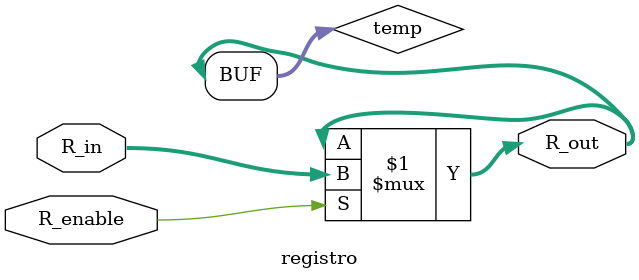
<source format=sv>

module registro #(parameter n=4)(
											input logic [n-1:0]R_in,
											input logic R_enable,
											output tri [n-1:0]R_out );
											
logic [n-1:0] temp;
assign temp = (R_enable) ? R_in : R_out;
assign R_out = temp;

endmodule




</source>
